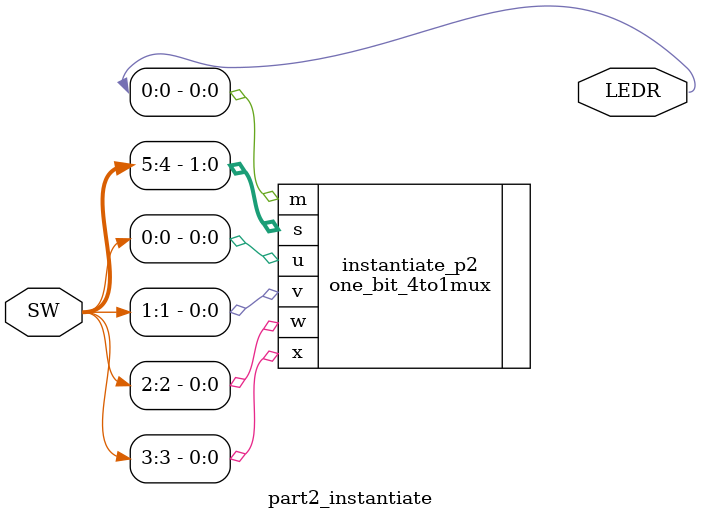
<source format=v>
module part2_instantiate(SW,LEDR);

	input[9:0] SW;
	output [9:0] LEDR;
	// THIS WORKED!! But my understanding of what SW[3:0] meant, differed from what is in here.
	// The only issue was with this instantiation file!! Change the order of u,v,w,x to match
	// what I understand what SW[3:0] means.
	//
	// one_bit_4to1mux instantiate_p2 (.s(SW[5:4]),.u(SW[3]),.v(SW[2]),.w(SW[1]),.x(SW[0]),.m(LEDR[0]));
	one_bit_4to1mux instantiate_p2 (.s(SW[5:4]),.u(SW[0]),.v(SW[1]),.w(SW[2]),.x(SW[3]),.m(LEDR[0]));
	
endmodule

</source>
